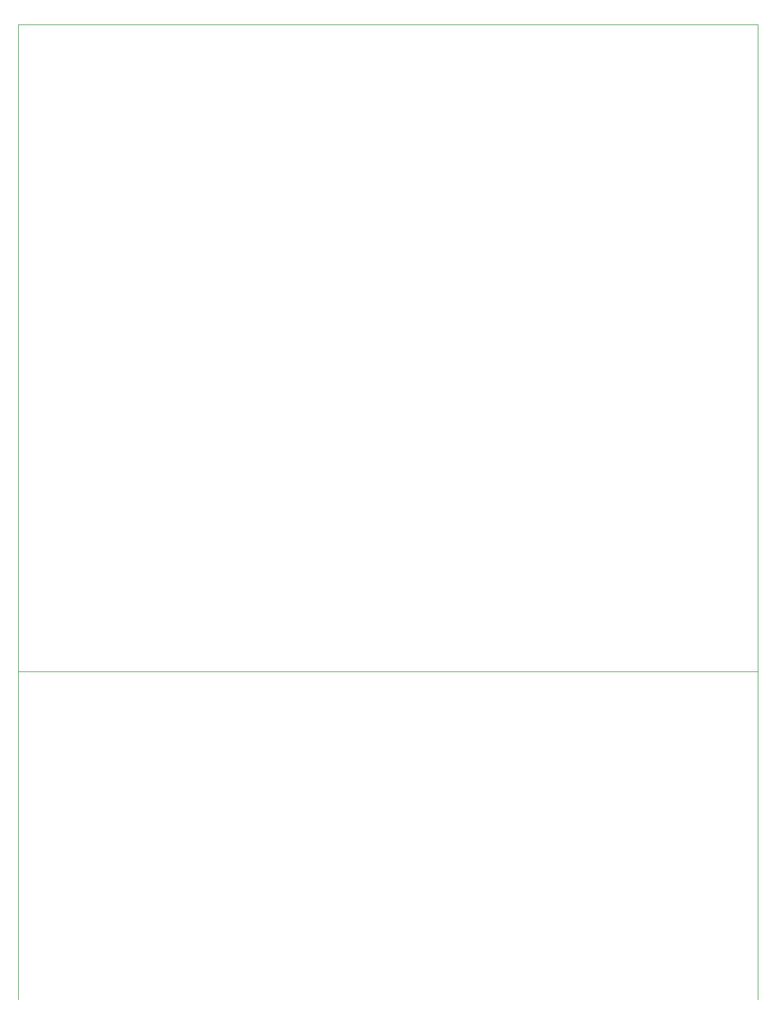
<source format=gko>
G04 Layer_Color=16711935*
%FSLAX25Y25*%
%MOIN*%
G70*
G01*
G75*
%ADD68C,0.00000*%
D68*
X100000Y670800D02*
X533071D01*
Y100000D02*
Y670800D01*
X100000Y292000D02*
X533071D01*
X100000Y100000D02*
Y670800D01*
M02*

</source>
